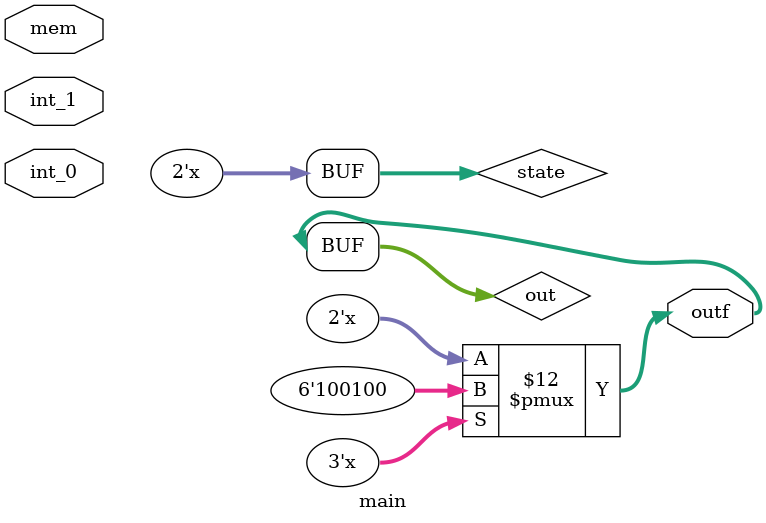
<source format=v>
`timescale 1ns / 1ps


module main(mem,outf,int_0,int_1);
input [15:0]mem;
input int_0,int_1;
output[1:0]outf; 
reg [1:0]out;
reg [1:0]state;    
wire out_0,out_1;
assign outf=out;
initial 
    state=0;
    
always@*
    begin
        case(state)
            0:begin
            if(out_0==1)
                state=1;
            else if(out_1==1)
                state=2;        
            end
            1,2:begin
                if(mem[0]==0|mem[4]==0)
                    state=3;
            end 
            3:begin
                if(mem[0]==1|mem[4]==1)
                    state=0;
            end 
        endcase    
    end
    
always@(state)
    begin
        case(state)
            1:out=2'b10;
            2:out=2'b01;
            0,3:out=2'b00;
        endcase
    end 

interrupt IE0(mem[0],int_0,mem[2],mem[3],out_0);
interrupt IE1(mem[4],int_1,mem[6],mem[7],out_1);
endmodule

</source>
